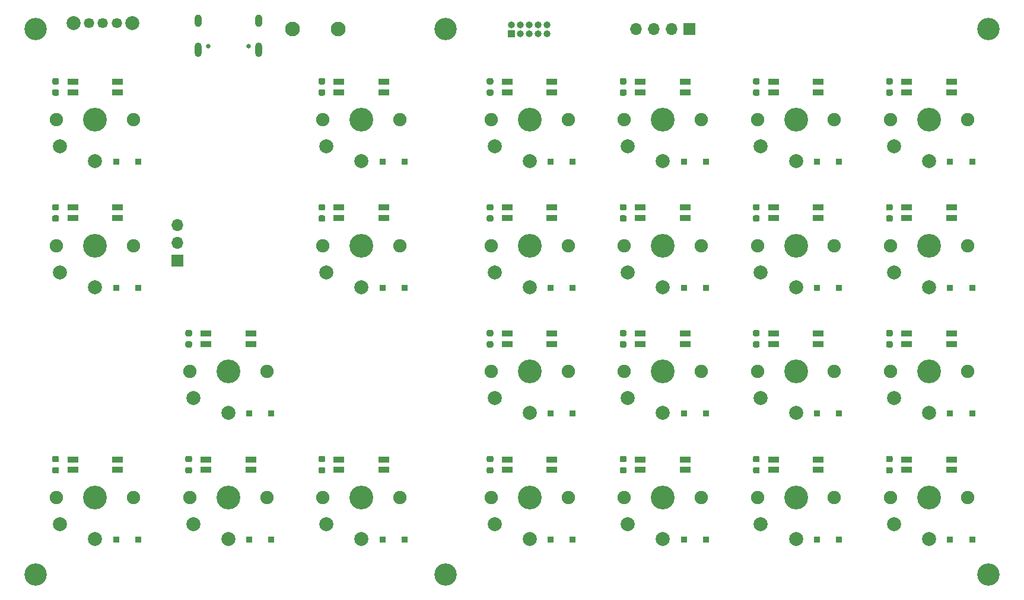
<source format=gbs>
G04 #@! TF.GenerationSoftware,KiCad,Pcbnew,(5.1.10)-1*
G04 #@! TF.CreationDate,2021-08-19T21:12:26+09:00*
G04 #@! TF.ProjectId,cnc-controller,636e632d-636f-46e7-9472-6f6c6c65722e,rev?*
G04 #@! TF.SameCoordinates,Original*
G04 #@! TF.FileFunction,Soldermask,Bot*
G04 #@! TF.FilePolarity,Negative*
%FSLAX46Y46*%
G04 Gerber Fmt 4.6, Leading zero omitted, Abs format (unit mm)*
G04 Created by KiCad (PCBNEW (5.1.10)-1) date 2021-08-19 21:12:26*
%MOMM*%
%LPD*%
G01*
G04 APERTURE LIST*
%ADD10C,3.200000*%
%ADD11R,0.900000X0.950000*%
%ADD12R,1.600000X0.820000*%
%ADD13C,3.400000*%
%ADD14C,2.000000*%
%ADD15C,1.900000*%
%ADD16C,1.462000*%
%ADD17O,1.000000X2.100000*%
%ADD18O,1.000000X1.800000*%
%ADD19C,0.650000*%
%ADD20R,1.000000X1.000000*%
%ADD21O,1.000000X1.000000*%
%ADD22R,1.700000X1.700000*%
%ADD23O,1.700000X1.700000*%
%ADD24C,2.100000*%
G04 APERTURE END LIST*
D10*
X74500000Y-11000000D03*
X16000000Y-11000000D03*
X152000000Y-11000000D03*
X74500000Y-89000000D03*
X152000000Y-89000000D03*
X16000000Y-89000000D03*
G36*
G01*
X18600000Y-19650000D02*
X19100000Y-19650000D01*
G75*
G02*
X19325000Y-19875000I0J-225000D01*
G01*
X19325000Y-20325000D01*
G75*
G02*
X19100000Y-20550000I-225000J0D01*
G01*
X18600000Y-20550000D01*
G75*
G02*
X18375000Y-20325000I0J225000D01*
G01*
X18375000Y-19875000D01*
G75*
G02*
X18600000Y-19650000I225000J0D01*
G01*
G37*
G36*
G01*
X18600000Y-18050000D02*
X19100000Y-18050000D01*
G75*
G02*
X19325000Y-18275000I0J-225000D01*
G01*
X19325000Y-18725000D01*
G75*
G02*
X19100000Y-18950000I-225000J0D01*
G01*
X18600000Y-18950000D01*
G75*
G02*
X18375000Y-18725000I0J225000D01*
G01*
X18375000Y-18275000D01*
G75*
G02*
X18600000Y-18050000I225000J0D01*
G01*
G37*
D11*
X30650000Y-30000000D03*
X27500000Y-30000000D03*
D12*
X27700000Y-20050000D03*
X27700000Y-18550000D03*
X21300000Y-20050000D03*
X21300000Y-18550000D03*
D13*
X24500000Y-24000000D03*
D14*
X24500000Y-29900000D03*
X19500000Y-27800000D03*
D15*
X19000000Y-24000000D03*
X30000000Y-24000000D03*
G36*
G01*
X137600000Y-37650000D02*
X138100000Y-37650000D01*
G75*
G02*
X138325000Y-37875000I0J-225000D01*
G01*
X138325000Y-38325000D01*
G75*
G02*
X138100000Y-38550000I-225000J0D01*
G01*
X137600000Y-38550000D01*
G75*
G02*
X137375000Y-38325000I0J225000D01*
G01*
X137375000Y-37875000D01*
G75*
G02*
X137600000Y-37650000I225000J0D01*
G01*
G37*
G36*
G01*
X137600000Y-36050000D02*
X138100000Y-36050000D01*
G75*
G02*
X138325000Y-36275000I0J-225000D01*
G01*
X138325000Y-36725000D01*
G75*
G02*
X138100000Y-36950000I-225000J0D01*
G01*
X137600000Y-36950000D01*
G75*
G02*
X137375000Y-36725000I0J225000D01*
G01*
X137375000Y-36275000D01*
G75*
G02*
X137600000Y-36050000I225000J0D01*
G01*
G37*
D11*
X149650000Y-48000000D03*
X146500000Y-48000000D03*
D12*
X146700000Y-38050000D03*
X146700000Y-36550000D03*
X140300000Y-38050000D03*
X140300000Y-36550000D03*
D13*
X143500000Y-42000000D03*
D14*
X143500000Y-47900000D03*
X138500000Y-45800000D03*
D15*
X138000000Y-42000000D03*
X149000000Y-42000000D03*
G36*
G01*
X99600000Y-73650000D02*
X100100000Y-73650000D01*
G75*
G02*
X100325000Y-73875000I0J-225000D01*
G01*
X100325000Y-74325000D01*
G75*
G02*
X100100000Y-74550000I-225000J0D01*
G01*
X99600000Y-74550000D01*
G75*
G02*
X99375000Y-74325000I0J225000D01*
G01*
X99375000Y-73875000D01*
G75*
G02*
X99600000Y-73650000I225000J0D01*
G01*
G37*
G36*
G01*
X99600000Y-72050000D02*
X100100000Y-72050000D01*
G75*
G02*
X100325000Y-72275000I0J-225000D01*
G01*
X100325000Y-72725000D01*
G75*
G02*
X100100000Y-72950000I-225000J0D01*
G01*
X99600000Y-72950000D01*
G75*
G02*
X99375000Y-72725000I0J225000D01*
G01*
X99375000Y-72275000D01*
G75*
G02*
X99600000Y-72050000I225000J0D01*
G01*
G37*
D11*
X111650000Y-84000000D03*
X108500000Y-84000000D03*
D12*
X108700000Y-74050000D03*
X108700000Y-72550000D03*
X102300000Y-74050000D03*
X102300000Y-72550000D03*
D13*
X105500000Y-78000000D03*
D14*
X105500000Y-83900000D03*
X100500000Y-81800000D03*
D15*
X100000000Y-78000000D03*
X111000000Y-78000000D03*
G36*
G01*
X80600000Y-37650000D02*
X81100000Y-37650000D01*
G75*
G02*
X81325000Y-37875000I0J-225000D01*
G01*
X81325000Y-38325000D01*
G75*
G02*
X81100000Y-38550000I-225000J0D01*
G01*
X80600000Y-38550000D01*
G75*
G02*
X80375000Y-38325000I0J225000D01*
G01*
X80375000Y-37875000D01*
G75*
G02*
X80600000Y-37650000I225000J0D01*
G01*
G37*
G36*
G01*
X80600000Y-36050000D02*
X81100000Y-36050000D01*
G75*
G02*
X81325000Y-36275000I0J-225000D01*
G01*
X81325000Y-36725000D01*
G75*
G02*
X81100000Y-36950000I-225000J0D01*
G01*
X80600000Y-36950000D01*
G75*
G02*
X80375000Y-36725000I0J225000D01*
G01*
X80375000Y-36275000D01*
G75*
G02*
X80600000Y-36050000I225000J0D01*
G01*
G37*
D11*
X92650000Y-48000000D03*
X89500000Y-48000000D03*
D12*
X89700000Y-38050000D03*
X89700000Y-36550000D03*
X83300000Y-38050000D03*
X83300000Y-36550000D03*
D13*
X86500000Y-42000000D03*
D14*
X86500000Y-47900000D03*
X81500000Y-45800000D03*
D15*
X81000000Y-42000000D03*
X92000000Y-42000000D03*
G36*
G01*
X18600000Y-37650000D02*
X19100000Y-37650000D01*
G75*
G02*
X19325000Y-37875000I0J-225000D01*
G01*
X19325000Y-38325000D01*
G75*
G02*
X19100000Y-38550000I-225000J0D01*
G01*
X18600000Y-38550000D01*
G75*
G02*
X18375000Y-38325000I0J225000D01*
G01*
X18375000Y-37875000D01*
G75*
G02*
X18600000Y-37650000I225000J0D01*
G01*
G37*
G36*
G01*
X18600000Y-36050000D02*
X19100000Y-36050000D01*
G75*
G02*
X19325000Y-36275000I0J-225000D01*
G01*
X19325000Y-36725000D01*
G75*
G02*
X19100000Y-36950000I-225000J0D01*
G01*
X18600000Y-36950000D01*
G75*
G02*
X18375000Y-36725000I0J225000D01*
G01*
X18375000Y-36275000D01*
G75*
G02*
X18600000Y-36050000I225000J0D01*
G01*
G37*
D11*
X30650000Y-48000000D03*
X27500000Y-48000000D03*
D12*
X27700000Y-38050000D03*
X27700000Y-36550000D03*
X21300000Y-38050000D03*
X21300000Y-36550000D03*
D13*
X24500000Y-42000000D03*
D14*
X24500000Y-47900000D03*
X19500000Y-45800000D03*
D15*
X19000000Y-42000000D03*
X30000000Y-42000000D03*
G36*
G01*
X18600000Y-73650000D02*
X19100000Y-73650000D01*
G75*
G02*
X19325000Y-73875000I0J-225000D01*
G01*
X19325000Y-74325000D01*
G75*
G02*
X19100000Y-74550000I-225000J0D01*
G01*
X18600000Y-74550000D01*
G75*
G02*
X18375000Y-74325000I0J225000D01*
G01*
X18375000Y-73875000D01*
G75*
G02*
X18600000Y-73650000I225000J0D01*
G01*
G37*
G36*
G01*
X18600000Y-72050000D02*
X19100000Y-72050000D01*
G75*
G02*
X19325000Y-72275000I0J-225000D01*
G01*
X19325000Y-72725000D01*
G75*
G02*
X19100000Y-72950000I-225000J0D01*
G01*
X18600000Y-72950000D01*
G75*
G02*
X18375000Y-72725000I0J225000D01*
G01*
X18375000Y-72275000D01*
G75*
G02*
X18600000Y-72050000I225000J0D01*
G01*
G37*
D11*
X30650000Y-84000000D03*
X27500000Y-84000000D03*
D12*
X27700000Y-74050000D03*
X27700000Y-72550000D03*
X21300000Y-74050000D03*
X21300000Y-72550000D03*
D13*
X24500000Y-78000000D03*
D14*
X24500000Y-83900000D03*
X19500000Y-81800000D03*
D15*
X19000000Y-78000000D03*
X30000000Y-78000000D03*
G36*
G01*
X37600000Y-55650000D02*
X38100000Y-55650000D01*
G75*
G02*
X38325000Y-55875000I0J-225000D01*
G01*
X38325000Y-56325000D01*
G75*
G02*
X38100000Y-56550000I-225000J0D01*
G01*
X37600000Y-56550000D01*
G75*
G02*
X37375000Y-56325000I0J225000D01*
G01*
X37375000Y-55875000D01*
G75*
G02*
X37600000Y-55650000I225000J0D01*
G01*
G37*
G36*
G01*
X37600000Y-54050000D02*
X38100000Y-54050000D01*
G75*
G02*
X38325000Y-54275000I0J-225000D01*
G01*
X38325000Y-54725000D01*
G75*
G02*
X38100000Y-54950000I-225000J0D01*
G01*
X37600000Y-54950000D01*
G75*
G02*
X37375000Y-54725000I0J225000D01*
G01*
X37375000Y-54275000D01*
G75*
G02*
X37600000Y-54050000I225000J0D01*
G01*
G37*
D11*
X49650000Y-66000000D03*
X46500000Y-66000000D03*
D12*
X46700000Y-56050000D03*
X46700000Y-54550000D03*
X40300000Y-56050000D03*
X40300000Y-54550000D03*
D13*
X43500000Y-60000000D03*
D14*
X43500000Y-65900000D03*
X38500000Y-63800000D03*
D15*
X38000000Y-60000000D03*
X49000000Y-60000000D03*
G36*
G01*
X37600000Y-73650000D02*
X38100000Y-73650000D01*
G75*
G02*
X38325000Y-73875000I0J-225000D01*
G01*
X38325000Y-74325000D01*
G75*
G02*
X38100000Y-74550000I-225000J0D01*
G01*
X37600000Y-74550000D01*
G75*
G02*
X37375000Y-74325000I0J225000D01*
G01*
X37375000Y-73875000D01*
G75*
G02*
X37600000Y-73650000I225000J0D01*
G01*
G37*
G36*
G01*
X37600000Y-72050000D02*
X38100000Y-72050000D01*
G75*
G02*
X38325000Y-72275000I0J-225000D01*
G01*
X38325000Y-72725000D01*
G75*
G02*
X38100000Y-72950000I-225000J0D01*
G01*
X37600000Y-72950000D01*
G75*
G02*
X37375000Y-72725000I0J225000D01*
G01*
X37375000Y-72275000D01*
G75*
G02*
X37600000Y-72050000I225000J0D01*
G01*
G37*
D11*
X49650000Y-84000000D03*
X46500000Y-84000000D03*
D12*
X46700000Y-74050000D03*
X46700000Y-72550000D03*
X40300000Y-74050000D03*
X40300000Y-72550000D03*
D13*
X43500000Y-78000000D03*
D14*
X43500000Y-83900000D03*
X38500000Y-81800000D03*
D15*
X38000000Y-78000000D03*
X49000000Y-78000000D03*
G36*
G01*
X56600000Y-19650000D02*
X57100000Y-19650000D01*
G75*
G02*
X57325000Y-19875000I0J-225000D01*
G01*
X57325000Y-20325000D01*
G75*
G02*
X57100000Y-20550000I-225000J0D01*
G01*
X56600000Y-20550000D01*
G75*
G02*
X56375000Y-20325000I0J225000D01*
G01*
X56375000Y-19875000D01*
G75*
G02*
X56600000Y-19650000I225000J0D01*
G01*
G37*
G36*
G01*
X56600000Y-18050000D02*
X57100000Y-18050000D01*
G75*
G02*
X57325000Y-18275000I0J-225000D01*
G01*
X57325000Y-18725000D01*
G75*
G02*
X57100000Y-18950000I-225000J0D01*
G01*
X56600000Y-18950000D01*
G75*
G02*
X56375000Y-18725000I0J225000D01*
G01*
X56375000Y-18275000D01*
G75*
G02*
X56600000Y-18050000I225000J0D01*
G01*
G37*
D11*
X68650000Y-30000000D03*
X65500000Y-30000000D03*
D12*
X65700000Y-20050000D03*
X65700000Y-18550000D03*
X59300000Y-20050000D03*
X59300000Y-18550000D03*
D13*
X62500000Y-24000000D03*
D14*
X62500000Y-29900000D03*
X57500000Y-27800000D03*
D15*
X57000000Y-24000000D03*
X68000000Y-24000000D03*
G36*
G01*
X56600000Y-37650000D02*
X57100000Y-37650000D01*
G75*
G02*
X57325000Y-37875000I0J-225000D01*
G01*
X57325000Y-38325000D01*
G75*
G02*
X57100000Y-38550000I-225000J0D01*
G01*
X56600000Y-38550000D01*
G75*
G02*
X56375000Y-38325000I0J225000D01*
G01*
X56375000Y-37875000D01*
G75*
G02*
X56600000Y-37650000I225000J0D01*
G01*
G37*
G36*
G01*
X56600000Y-36050000D02*
X57100000Y-36050000D01*
G75*
G02*
X57325000Y-36275000I0J-225000D01*
G01*
X57325000Y-36725000D01*
G75*
G02*
X57100000Y-36950000I-225000J0D01*
G01*
X56600000Y-36950000D01*
G75*
G02*
X56375000Y-36725000I0J225000D01*
G01*
X56375000Y-36275000D01*
G75*
G02*
X56600000Y-36050000I225000J0D01*
G01*
G37*
D11*
X68650000Y-48000000D03*
X65500000Y-48000000D03*
D12*
X65700000Y-38050000D03*
X65700000Y-36550000D03*
X59300000Y-38050000D03*
X59300000Y-36550000D03*
D13*
X62500000Y-42000000D03*
D14*
X62500000Y-47900000D03*
X57500000Y-45800000D03*
D15*
X57000000Y-42000000D03*
X68000000Y-42000000D03*
G36*
G01*
X56600000Y-73650000D02*
X57100000Y-73650000D01*
G75*
G02*
X57325000Y-73875000I0J-225000D01*
G01*
X57325000Y-74325000D01*
G75*
G02*
X57100000Y-74550000I-225000J0D01*
G01*
X56600000Y-74550000D01*
G75*
G02*
X56375000Y-74325000I0J225000D01*
G01*
X56375000Y-73875000D01*
G75*
G02*
X56600000Y-73650000I225000J0D01*
G01*
G37*
G36*
G01*
X56600000Y-72050000D02*
X57100000Y-72050000D01*
G75*
G02*
X57325000Y-72275000I0J-225000D01*
G01*
X57325000Y-72725000D01*
G75*
G02*
X57100000Y-72950000I-225000J0D01*
G01*
X56600000Y-72950000D01*
G75*
G02*
X56375000Y-72725000I0J225000D01*
G01*
X56375000Y-72275000D01*
G75*
G02*
X56600000Y-72050000I225000J0D01*
G01*
G37*
D11*
X68650000Y-84000000D03*
X65500000Y-84000000D03*
D12*
X65700000Y-74050000D03*
X65700000Y-72550000D03*
X59300000Y-74050000D03*
X59300000Y-72550000D03*
D13*
X62500000Y-78000000D03*
D14*
X62500000Y-83900000D03*
X57500000Y-81800000D03*
D15*
X57000000Y-78000000D03*
X68000000Y-78000000D03*
G36*
G01*
X80600000Y-19650000D02*
X81100000Y-19650000D01*
G75*
G02*
X81325000Y-19875000I0J-225000D01*
G01*
X81325000Y-20325000D01*
G75*
G02*
X81100000Y-20550000I-225000J0D01*
G01*
X80600000Y-20550000D01*
G75*
G02*
X80375000Y-20325000I0J225000D01*
G01*
X80375000Y-19875000D01*
G75*
G02*
X80600000Y-19650000I225000J0D01*
G01*
G37*
G36*
G01*
X80600000Y-18050000D02*
X81100000Y-18050000D01*
G75*
G02*
X81325000Y-18275000I0J-225000D01*
G01*
X81325000Y-18725000D01*
G75*
G02*
X81100000Y-18950000I-225000J0D01*
G01*
X80600000Y-18950000D01*
G75*
G02*
X80375000Y-18725000I0J225000D01*
G01*
X80375000Y-18275000D01*
G75*
G02*
X80600000Y-18050000I225000J0D01*
G01*
G37*
D11*
X92650000Y-30000000D03*
X89500000Y-30000000D03*
D12*
X89700000Y-20050000D03*
X89700000Y-18550000D03*
X83300000Y-20050000D03*
X83300000Y-18550000D03*
D13*
X86500000Y-24000000D03*
D14*
X86500000Y-29900000D03*
X81500000Y-27800000D03*
D15*
X81000000Y-24000000D03*
X92000000Y-24000000D03*
G36*
G01*
X80600000Y-55650000D02*
X81100000Y-55650000D01*
G75*
G02*
X81325000Y-55875000I0J-225000D01*
G01*
X81325000Y-56325000D01*
G75*
G02*
X81100000Y-56550000I-225000J0D01*
G01*
X80600000Y-56550000D01*
G75*
G02*
X80375000Y-56325000I0J225000D01*
G01*
X80375000Y-55875000D01*
G75*
G02*
X80600000Y-55650000I225000J0D01*
G01*
G37*
G36*
G01*
X80600000Y-54050000D02*
X81100000Y-54050000D01*
G75*
G02*
X81325000Y-54275000I0J-225000D01*
G01*
X81325000Y-54725000D01*
G75*
G02*
X81100000Y-54950000I-225000J0D01*
G01*
X80600000Y-54950000D01*
G75*
G02*
X80375000Y-54725000I0J225000D01*
G01*
X80375000Y-54275000D01*
G75*
G02*
X80600000Y-54050000I225000J0D01*
G01*
G37*
D11*
X92650000Y-66000000D03*
X89500000Y-66000000D03*
D12*
X89700000Y-56050000D03*
X89700000Y-54550000D03*
X83300000Y-56050000D03*
X83300000Y-54550000D03*
D13*
X86500000Y-60000000D03*
D14*
X86500000Y-65900000D03*
X81500000Y-63800000D03*
D15*
X81000000Y-60000000D03*
X92000000Y-60000000D03*
G36*
G01*
X80600000Y-73650000D02*
X81100000Y-73650000D01*
G75*
G02*
X81325000Y-73875000I0J-225000D01*
G01*
X81325000Y-74325000D01*
G75*
G02*
X81100000Y-74550000I-225000J0D01*
G01*
X80600000Y-74550000D01*
G75*
G02*
X80375000Y-74325000I0J225000D01*
G01*
X80375000Y-73875000D01*
G75*
G02*
X80600000Y-73650000I225000J0D01*
G01*
G37*
G36*
G01*
X80600000Y-72050000D02*
X81100000Y-72050000D01*
G75*
G02*
X81325000Y-72275000I0J-225000D01*
G01*
X81325000Y-72725000D01*
G75*
G02*
X81100000Y-72950000I-225000J0D01*
G01*
X80600000Y-72950000D01*
G75*
G02*
X80375000Y-72725000I0J225000D01*
G01*
X80375000Y-72275000D01*
G75*
G02*
X80600000Y-72050000I225000J0D01*
G01*
G37*
D11*
X92650000Y-84000000D03*
X89500000Y-84000000D03*
D12*
X89700000Y-74050000D03*
X89700000Y-72550000D03*
X83300000Y-74050000D03*
X83300000Y-72550000D03*
D13*
X86500000Y-78000000D03*
D14*
X86500000Y-83900000D03*
X81500000Y-81800000D03*
D15*
X81000000Y-78000000D03*
X92000000Y-78000000D03*
G36*
G01*
X99600000Y-19650000D02*
X100100000Y-19650000D01*
G75*
G02*
X100325000Y-19875000I0J-225000D01*
G01*
X100325000Y-20325000D01*
G75*
G02*
X100100000Y-20550000I-225000J0D01*
G01*
X99600000Y-20550000D01*
G75*
G02*
X99375000Y-20325000I0J225000D01*
G01*
X99375000Y-19875000D01*
G75*
G02*
X99600000Y-19650000I225000J0D01*
G01*
G37*
G36*
G01*
X99600000Y-18050000D02*
X100100000Y-18050000D01*
G75*
G02*
X100325000Y-18275000I0J-225000D01*
G01*
X100325000Y-18725000D01*
G75*
G02*
X100100000Y-18950000I-225000J0D01*
G01*
X99600000Y-18950000D01*
G75*
G02*
X99375000Y-18725000I0J225000D01*
G01*
X99375000Y-18275000D01*
G75*
G02*
X99600000Y-18050000I225000J0D01*
G01*
G37*
D11*
X111650000Y-30000000D03*
X108500000Y-30000000D03*
D12*
X108700000Y-20050000D03*
X108700000Y-18550000D03*
X102300000Y-20050000D03*
X102300000Y-18550000D03*
D13*
X105500000Y-24000000D03*
D14*
X105500000Y-29900000D03*
X100500000Y-27800000D03*
D15*
X100000000Y-24000000D03*
X111000000Y-24000000D03*
G36*
G01*
X99600000Y-37650000D02*
X100100000Y-37650000D01*
G75*
G02*
X100325000Y-37875000I0J-225000D01*
G01*
X100325000Y-38325000D01*
G75*
G02*
X100100000Y-38550000I-225000J0D01*
G01*
X99600000Y-38550000D01*
G75*
G02*
X99375000Y-38325000I0J225000D01*
G01*
X99375000Y-37875000D01*
G75*
G02*
X99600000Y-37650000I225000J0D01*
G01*
G37*
G36*
G01*
X99600000Y-36050000D02*
X100100000Y-36050000D01*
G75*
G02*
X100325000Y-36275000I0J-225000D01*
G01*
X100325000Y-36725000D01*
G75*
G02*
X100100000Y-36950000I-225000J0D01*
G01*
X99600000Y-36950000D01*
G75*
G02*
X99375000Y-36725000I0J225000D01*
G01*
X99375000Y-36275000D01*
G75*
G02*
X99600000Y-36050000I225000J0D01*
G01*
G37*
D11*
X111650000Y-48000000D03*
X108500000Y-48000000D03*
D12*
X108700000Y-38050000D03*
X108700000Y-36550000D03*
X102300000Y-38050000D03*
X102300000Y-36550000D03*
D13*
X105500000Y-42000000D03*
D14*
X105500000Y-47900000D03*
X100500000Y-45800000D03*
D15*
X100000000Y-42000000D03*
X111000000Y-42000000D03*
G36*
G01*
X99600000Y-55650000D02*
X100100000Y-55650000D01*
G75*
G02*
X100325000Y-55875000I0J-225000D01*
G01*
X100325000Y-56325000D01*
G75*
G02*
X100100000Y-56550000I-225000J0D01*
G01*
X99600000Y-56550000D01*
G75*
G02*
X99375000Y-56325000I0J225000D01*
G01*
X99375000Y-55875000D01*
G75*
G02*
X99600000Y-55650000I225000J0D01*
G01*
G37*
G36*
G01*
X99600000Y-54050000D02*
X100100000Y-54050000D01*
G75*
G02*
X100325000Y-54275000I0J-225000D01*
G01*
X100325000Y-54725000D01*
G75*
G02*
X100100000Y-54950000I-225000J0D01*
G01*
X99600000Y-54950000D01*
G75*
G02*
X99375000Y-54725000I0J225000D01*
G01*
X99375000Y-54275000D01*
G75*
G02*
X99600000Y-54050000I225000J0D01*
G01*
G37*
D11*
X111650000Y-66000000D03*
X108500000Y-66000000D03*
D12*
X108700000Y-56050000D03*
X108700000Y-54550000D03*
X102300000Y-56050000D03*
X102300000Y-54550000D03*
D13*
X105500000Y-60000000D03*
D14*
X105500000Y-65900000D03*
X100500000Y-63800000D03*
D15*
X100000000Y-60000000D03*
X111000000Y-60000000D03*
G36*
G01*
X118600000Y-19650000D02*
X119100000Y-19650000D01*
G75*
G02*
X119325000Y-19875000I0J-225000D01*
G01*
X119325000Y-20325000D01*
G75*
G02*
X119100000Y-20550000I-225000J0D01*
G01*
X118600000Y-20550000D01*
G75*
G02*
X118375000Y-20325000I0J225000D01*
G01*
X118375000Y-19875000D01*
G75*
G02*
X118600000Y-19650000I225000J0D01*
G01*
G37*
G36*
G01*
X118600000Y-18050000D02*
X119100000Y-18050000D01*
G75*
G02*
X119325000Y-18275000I0J-225000D01*
G01*
X119325000Y-18725000D01*
G75*
G02*
X119100000Y-18950000I-225000J0D01*
G01*
X118600000Y-18950000D01*
G75*
G02*
X118375000Y-18725000I0J225000D01*
G01*
X118375000Y-18275000D01*
G75*
G02*
X118600000Y-18050000I225000J0D01*
G01*
G37*
D11*
X130650000Y-30000000D03*
X127500000Y-30000000D03*
D12*
X127700000Y-20050000D03*
X127700000Y-18550000D03*
X121300000Y-20050000D03*
X121300000Y-18550000D03*
D13*
X124500000Y-24000000D03*
D14*
X124500000Y-29900000D03*
X119500000Y-27800000D03*
D15*
X119000000Y-24000000D03*
X130000000Y-24000000D03*
G36*
G01*
X118600000Y-37650000D02*
X119100000Y-37650000D01*
G75*
G02*
X119325000Y-37875000I0J-225000D01*
G01*
X119325000Y-38325000D01*
G75*
G02*
X119100000Y-38550000I-225000J0D01*
G01*
X118600000Y-38550000D01*
G75*
G02*
X118375000Y-38325000I0J225000D01*
G01*
X118375000Y-37875000D01*
G75*
G02*
X118600000Y-37650000I225000J0D01*
G01*
G37*
G36*
G01*
X118600000Y-36050000D02*
X119100000Y-36050000D01*
G75*
G02*
X119325000Y-36275000I0J-225000D01*
G01*
X119325000Y-36725000D01*
G75*
G02*
X119100000Y-36950000I-225000J0D01*
G01*
X118600000Y-36950000D01*
G75*
G02*
X118375000Y-36725000I0J225000D01*
G01*
X118375000Y-36275000D01*
G75*
G02*
X118600000Y-36050000I225000J0D01*
G01*
G37*
D11*
X130650000Y-48000000D03*
X127500000Y-48000000D03*
D12*
X127700000Y-38050000D03*
X127700000Y-36550000D03*
X121300000Y-38050000D03*
X121300000Y-36550000D03*
D13*
X124500000Y-42000000D03*
D14*
X124500000Y-47900000D03*
X119500000Y-45800000D03*
D15*
X119000000Y-42000000D03*
X130000000Y-42000000D03*
G36*
G01*
X118600000Y-55650000D02*
X119100000Y-55650000D01*
G75*
G02*
X119325000Y-55875000I0J-225000D01*
G01*
X119325000Y-56325000D01*
G75*
G02*
X119100000Y-56550000I-225000J0D01*
G01*
X118600000Y-56550000D01*
G75*
G02*
X118375000Y-56325000I0J225000D01*
G01*
X118375000Y-55875000D01*
G75*
G02*
X118600000Y-55650000I225000J0D01*
G01*
G37*
G36*
G01*
X118600000Y-54050000D02*
X119100000Y-54050000D01*
G75*
G02*
X119325000Y-54275000I0J-225000D01*
G01*
X119325000Y-54725000D01*
G75*
G02*
X119100000Y-54950000I-225000J0D01*
G01*
X118600000Y-54950000D01*
G75*
G02*
X118375000Y-54725000I0J225000D01*
G01*
X118375000Y-54275000D01*
G75*
G02*
X118600000Y-54050000I225000J0D01*
G01*
G37*
D11*
X130650000Y-66000000D03*
X127500000Y-66000000D03*
D12*
X127700000Y-56050000D03*
X127700000Y-54550000D03*
X121300000Y-56050000D03*
X121300000Y-54550000D03*
D13*
X124500000Y-60000000D03*
D14*
X124500000Y-65900000D03*
X119500000Y-63800000D03*
D15*
X119000000Y-60000000D03*
X130000000Y-60000000D03*
G36*
G01*
X118600000Y-73650000D02*
X119100000Y-73650000D01*
G75*
G02*
X119325000Y-73875000I0J-225000D01*
G01*
X119325000Y-74325000D01*
G75*
G02*
X119100000Y-74550000I-225000J0D01*
G01*
X118600000Y-74550000D01*
G75*
G02*
X118375000Y-74325000I0J225000D01*
G01*
X118375000Y-73875000D01*
G75*
G02*
X118600000Y-73650000I225000J0D01*
G01*
G37*
G36*
G01*
X118600000Y-72050000D02*
X119100000Y-72050000D01*
G75*
G02*
X119325000Y-72275000I0J-225000D01*
G01*
X119325000Y-72725000D01*
G75*
G02*
X119100000Y-72950000I-225000J0D01*
G01*
X118600000Y-72950000D01*
G75*
G02*
X118375000Y-72725000I0J225000D01*
G01*
X118375000Y-72275000D01*
G75*
G02*
X118600000Y-72050000I225000J0D01*
G01*
G37*
D11*
X130650000Y-84000000D03*
X127500000Y-84000000D03*
D12*
X127700000Y-74050000D03*
X127700000Y-72550000D03*
X121300000Y-74050000D03*
X121300000Y-72550000D03*
D13*
X124500000Y-78000000D03*
D14*
X124500000Y-83900000D03*
X119500000Y-81800000D03*
D15*
X119000000Y-78000000D03*
X130000000Y-78000000D03*
G36*
G01*
X137600000Y-19650000D02*
X138100000Y-19650000D01*
G75*
G02*
X138325000Y-19875000I0J-225000D01*
G01*
X138325000Y-20325000D01*
G75*
G02*
X138100000Y-20550000I-225000J0D01*
G01*
X137600000Y-20550000D01*
G75*
G02*
X137375000Y-20325000I0J225000D01*
G01*
X137375000Y-19875000D01*
G75*
G02*
X137600000Y-19650000I225000J0D01*
G01*
G37*
G36*
G01*
X137600000Y-18050000D02*
X138100000Y-18050000D01*
G75*
G02*
X138325000Y-18275000I0J-225000D01*
G01*
X138325000Y-18725000D01*
G75*
G02*
X138100000Y-18950000I-225000J0D01*
G01*
X137600000Y-18950000D01*
G75*
G02*
X137375000Y-18725000I0J225000D01*
G01*
X137375000Y-18275000D01*
G75*
G02*
X137600000Y-18050000I225000J0D01*
G01*
G37*
D11*
X149650000Y-30000000D03*
X146500000Y-30000000D03*
D12*
X146700000Y-20050000D03*
X146700000Y-18550000D03*
X140300000Y-20050000D03*
X140300000Y-18550000D03*
D13*
X143500000Y-24000000D03*
D14*
X143500000Y-29900000D03*
X138500000Y-27800000D03*
D15*
X138000000Y-24000000D03*
X149000000Y-24000000D03*
G36*
G01*
X137600000Y-55650000D02*
X138100000Y-55650000D01*
G75*
G02*
X138325000Y-55875000I0J-225000D01*
G01*
X138325000Y-56325000D01*
G75*
G02*
X138100000Y-56550000I-225000J0D01*
G01*
X137600000Y-56550000D01*
G75*
G02*
X137375000Y-56325000I0J225000D01*
G01*
X137375000Y-55875000D01*
G75*
G02*
X137600000Y-55650000I225000J0D01*
G01*
G37*
G36*
G01*
X137600000Y-54050000D02*
X138100000Y-54050000D01*
G75*
G02*
X138325000Y-54275000I0J-225000D01*
G01*
X138325000Y-54725000D01*
G75*
G02*
X138100000Y-54950000I-225000J0D01*
G01*
X137600000Y-54950000D01*
G75*
G02*
X137375000Y-54725000I0J225000D01*
G01*
X137375000Y-54275000D01*
G75*
G02*
X137600000Y-54050000I225000J0D01*
G01*
G37*
D11*
X149650000Y-66000000D03*
X146500000Y-66000000D03*
D12*
X146700000Y-56050000D03*
X146700000Y-54550000D03*
X140300000Y-56050000D03*
X140300000Y-54550000D03*
D13*
X143500000Y-60000000D03*
D14*
X143500000Y-65900000D03*
X138500000Y-63800000D03*
D15*
X138000000Y-60000000D03*
X149000000Y-60000000D03*
G36*
G01*
X137600000Y-73650000D02*
X138100000Y-73650000D01*
G75*
G02*
X138325000Y-73875000I0J-225000D01*
G01*
X138325000Y-74325000D01*
G75*
G02*
X138100000Y-74550000I-225000J0D01*
G01*
X137600000Y-74550000D01*
G75*
G02*
X137375000Y-74325000I0J225000D01*
G01*
X137375000Y-73875000D01*
G75*
G02*
X137600000Y-73650000I225000J0D01*
G01*
G37*
G36*
G01*
X137600000Y-72050000D02*
X138100000Y-72050000D01*
G75*
G02*
X138325000Y-72275000I0J-225000D01*
G01*
X138325000Y-72725000D01*
G75*
G02*
X138100000Y-72950000I-225000J0D01*
G01*
X137600000Y-72950000D01*
G75*
G02*
X137375000Y-72725000I0J225000D01*
G01*
X137375000Y-72275000D01*
G75*
G02*
X137600000Y-72050000I225000J0D01*
G01*
G37*
D11*
X149650000Y-84000000D03*
X146500000Y-84000000D03*
D12*
X146700000Y-74050000D03*
X146700000Y-72550000D03*
X140300000Y-74050000D03*
X140300000Y-72550000D03*
D13*
X143500000Y-78000000D03*
D14*
X143500000Y-83900000D03*
X138500000Y-81800000D03*
D15*
X138000000Y-78000000D03*
X149000000Y-78000000D03*
D16*
X27600000Y-10200000D03*
X25600000Y-10200000D03*
X23600000Y-10200000D03*
D14*
X29800000Y-10200000D03*
X21400000Y-10200000D03*
D17*
X47820000Y-14000000D03*
X39180000Y-14000000D03*
D18*
X47820000Y-9820000D03*
X39180000Y-9820000D03*
D19*
X40610000Y-13500000D03*
X46390000Y-13500000D03*
D20*
X83920000Y-11700000D03*
D21*
X83920000Y-10430000D03*
X85190000Y-11700000D03*
X85190000Y-10430000D03*
X86460000Y-11700000D03*
X86460000Y-10430000D03*
X87730000Y-11700000D03*
X87730000Y-10430000D03*
X89000000Y-11700000D03*
X89000000Y-10430000D03*
D22*
X36200000Y-44100000D03*
D23*
X36200000Y-41560000D03*
X36200000Y-39020000D03*
D22*
X109320000Y-11000000D03*
D23*
X106780000Y-11000000D03*
X104240000Y-11000000D03*
X101700000Y-11000000D03*
D24*
X52700000Y-11000000D03*
X59200000Y-11000000D03*
M02*

</source>
